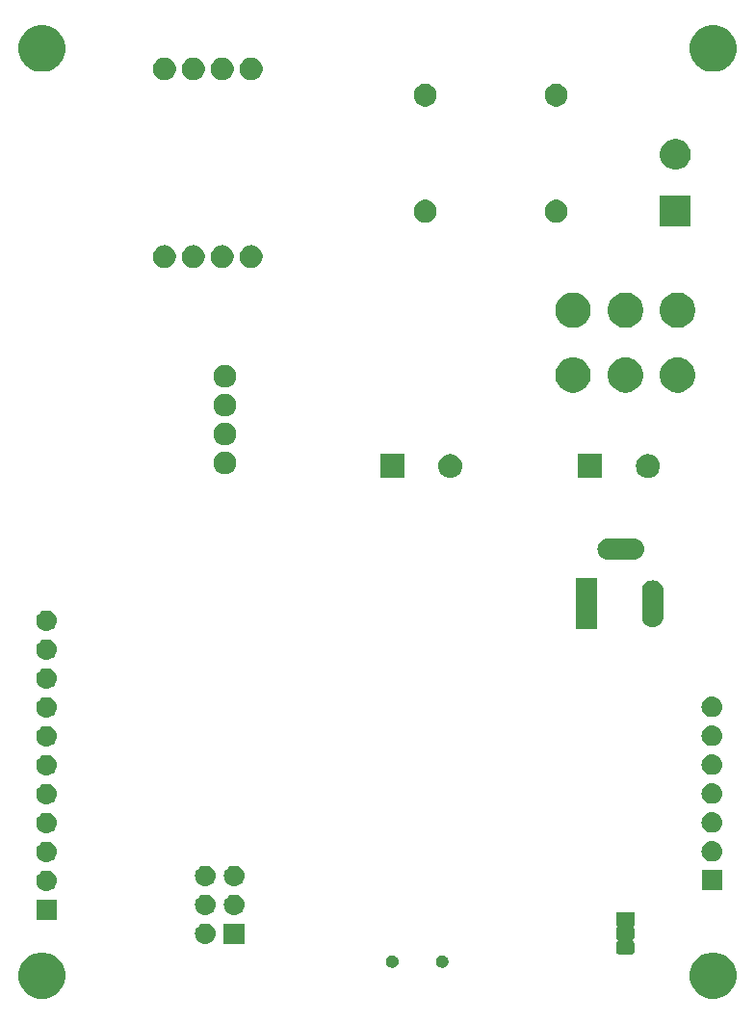
<source format=gbr>
G04 #@! TF.GenerationSoftware,KiCad,Pcbnew,5.1.4*
G04 #@! TF.CreationDate,2019-09-16T18:09:56+12:00*
G04 #@! TF.ProjectId,spiroBoardV2,73706972-6f42-46f6-9172-6456322e6b69,rev?*
G04 #@! TF.SameCoordinates,Original*
G04 #@! TF.FileFunction,Soldermask,Top*
G04 #@! TF.FilePolarity,Negative*
%FSLAX46Y46*%
G04 Gerber Fmt 4.6, Leading zero omitted, Abs format (unit mm)*
G04 Created by KiCad (PCBNEW 5.1.4) date 2019-09-16 18:09:56*
%MOMM*%
%LPD*%
G04 APERTURE LIST*
%ADD10C,0.100000*%
G04 APERTURE END LIST*
D10*
G36*
X127598254Y-149027818D02*
G01*
X127971511Y-149182426D01*
X127971513Y-149182427D01*
X128090168Y-149261710D01*
X128307436Y-149406884D01*
X128593116Y-149692564D01*
X128817574Y-150028489D01*
X128972182Y-150401746D01*
X129051000Y-150797993D01*
X129051000Y-151202007D01*
X128972182Y-151598254D01*
X128817574Y-151971511D01*
X128817573Y-151971513D01*
X128593116Y-152307436D01*
X128307436Y-152593116D01*
X127971513Y-152817573D01*
X127971512Y-152817574D01*
X127971511Y-152817574D01*
X127598254Y-152972182D01*
X127202007Y-153051000D01*
X126797993Y-153051000D01*
X126401746Y-152972182D01*
X126028489Y-152817574D01*
X126028488Y-152817574D01*
X126028487Y-152817573D01*
X125692564Y-152593116D01*
X125406884Y-152307436D01*
X125182427Y-151971513D01*
X125182426Y-151971511D01*
X125027818Y-151598254D01*
X124949000Y-151202007D01*
X124949000Y-150797993D01*
X125027818Y-150401746D01*
X125182426Y-150028489D01*
X125406884Y-149692564D01*
X125692564Y-149406884D01*
X125909832Y-149261710D01*
X126028487Y-149182427D01*
X126028489Y-149182426D01*
X126401746Y-149027818D01*
X126797993Y-148949000D01*
X127202007Y-148949000D01*
X127598254Y-149027818D01*
X127598254Y-149027818D01*
G37*
G36*
X68598254Y-149027818D02*
G01*
X68971511Y-149182426D01*
X68971513Y-149182427D01*
X69090168Y-149261710D01*
X69307436Y-149406884D01*
X69593116Y-149692564D01*
X69817574Y-150028489D01*
X69972182Y-150401746D01*
X70051000Y-150797993D01*
X70051000Y-151202007D01*
X69972182Y-151598254D01*
X69817574Y-151971511D01*
X69817573Y-151971513D01*
X69593116Y-152307436D01*
X69307436Y-152593116D01*
X68971513Y-152817573D01*
X68971512Y-152817574D01*
X68971511Y-152817574D01*
X68598254Y-152972182D01*
X68202007Y-153051000D01*
X67797993Y-153051000D01*
X67401746Y-152972182D01*
X67028489Y-152817574D01*
X67028488Y-152817574D01*
X67028487Y-152817573D01*
X66692564Y-152593116D01*
X66406884Y-152307436D01*
X66182427Y-151971513D01*
X66182426Y-151971511D01*
X66027818Y-151598254D01*
X65949000Y-151202007D01*
X65949000Y-150797993D01*
X66027818Y-150401746D01*
X66182426Y-150028489D01*
X66406884Y-149692564D01*
X66692564Y-149406884D01*
X66909832Y-149261710D01*
X67028487Y-149182427D01*
X67028489Y-149182426D01*
X67401746Y-149027818D01*
X67797993Y-148949000D01*
X68202007Y-148949000D01*
X68598254Y-149027818D01*
X68598254Y-149027818D01*
G37*
G36*
X98960721Y-149220174D02*
G01*
X99060995Y-149261709D01*
X99060996Y-149261710D01*
X99151242Y-149322010D01*
X99227990Y-149398758D01*
X99258345Y-149444188D01*
X99288291Y-149489005D01*
X99329826Y-149589279D01*
X99351000Y-149695730D01*
X99351000Y-149804270D01*
X99329826Y-149910721D01*
X99288291Y-150010995D01*
X99288290Y-150010996D01*
X99227990Y-150101242D01*
X99151242Y-150177990D01*
X99105812Y-150208345D01*
X99060995Y-150238291D01*
X98960721Y-150279826D01*
X98854270Y-150301000D01*
X98745730Y-150301000D01*
X98639279Y-150279826D01*
X98539005Y-150238291D01*
X98494188Y-150208345D01*
X98448758Y-150177990D01*
X98372010Y-150101242D01*
X98311710Y-150010996D01*
X98311709Y-150010995D01*
X98270174Y-149910721D01*
X98249000Y-149804270D01*
X98249000Y-149695730D01*
X98270174Y-149589279D01*
X98311709Y-149489005D01*
X98341655Y-149444188D01*
X98372010Y-149398758D01*
X98448758Y-149322010D01*
X98539004Y-149261710D01*
X98539005Y-149261709D01*
X98639279Y-149220174D01*
X98745730Y-149199000D01*
X98854270Y-149199000D01*
X98960721Y-149220174D01*
X98960721Y-149220174D01*
G37*
G36*
X103360721Y-149220174D02*
G01*
X103460995Y-149261709D01*
X103460996Y-149261710D01*
X103551242Y-149322010D01*
X103627990Y-149398758D01*
X103658345Y-149444188D01*
X103688291Y-149489005D01*
X103729826Y-149589279D01*
X103751000Y-149695730D01*
X103751000Y-149804270D01*
X103729826Y-149910721D01*
X103688291Y-150010995D01*
X103688290Y-150010996D01*
X103627990Y-150101242D01*
X103551242Y-150177990D01*
X103505812Y-150208345D01*
X103460995Y-150238291D01*
X103360721Y-150279826D01*
X103254270Y-150301000D01*
X103145730Y-150301000D01*
X103039279Y-150279826D01*
X102939005Y-150238291D01*
X102894188Y-150208345D01*
X102848758Y-150177990D01*
X102772010Y-150101242D01*
X102711710Y-150010996D01*
X102711709Y-150010995D01*
X102670174Y-149910721D01*
X102649000Y-149804270D01*
X102649000Y-149695730D01*
X102670174Y-149589279D01*
X102711709Y-149489005D01*
X102741655Y-149444188D01*
X102772010Y-149398758D01*
X102848758Y-149322010D01*
X102939004Y-149261710D01*
X102939005Y-149261709D01*
X103039279Y-149220174D01*
X103145730Y-149199000D01*
X103254270Y-149199000D01*
X103360721Y-149220174D01*
X103360721Y-149220174D01*
G37*
G36*
X120101000Y-146585085D02*
G01*
X120099583Y-146585515D01*
X120077972Y-146597066D01*
X120059030Y-146612611D01*
X120043485Y-146631553D01*
X120031934Y-146653164D01*
X120024821Y-146676613D01*
X120022419Y-146700999D01*
X120024821Y-146725385D01*
X120031934Y-146748834D01*
X120043485Y-146770445D01*
X120050793Y-146780298D01*
X120062494Y-146794556D01*
X120083275Y-146833434D01*
X120096074Y-146875627D01*
X120101000Y-146925641D01*
X120101000Y-147614359D01*
X120096074Y-147664373D01*
X120083275Y-147706566D01*
X120062494Y-147745444D01*
X120034525Y-147779525D01*
X119999371Y-147808375D01*
X119982044Y-147825702D01*
X119968431Y-147846076D01*
X119959053Y-147868715D01*
X119954273Y-147892748D01*
X119954273Y-147917253D01*
X119959054Y-147941286D01*
X119968431Y-147963925D01*
X119982045Y-147984299D01*
X119999371Y-148001625D01*
X120034525Y-148030475D01*
X120062494Y-148064556D01*
X120083275Y-148103434D01*
X120096074Y-148145627D01*
X120101000Y-148195641D01*
X120101000Y-148884359D01*
X120096074Y-148934373D01*
X120083275Y-148976566D01*
X120062494Y-149015444D01*
X120034525Y-149049525D01*
X120000444Y-149077494D01*
X119961566Y-149098275D01*
X119919373Y-149111074D01*
X119869359Y-149116000D01*
X118730641Y-149116000D01*
X118680627Y-149111074D01*
X118638434Y-149098275D01*
X118599556Y-149077494D01*
X118565475Y-149049525D01*
X118537506Y-149015444D01*
X118516725Y-148976566D01*
X118503926Y-148934373D01*
X118499000Y-148884359D01*
X118499000Y-148195641D01*
X118503926Y-148145627D01*
X118516725Y-148103434D01*
X118537506Y-148064556D01*
X118565475Y-148030475D01*
X118600629Y-148001625D01*
X118617956Y-147984298D01*
X118631569Y-147963924D01*
X118640947Y-147941285D01*
X118645727Y-147917252D01*
X118645727Y-147892747D01*
X118640946Y-147868714D01*
X118631569Y-147846075D01*
X118617955Y-147825701D01*
X118600629Y-147808375D01*
X118565475Y-147779525D01*
X118537506Y-147745444D01*
X118516725Y-147706566D01*
X118503926Y-147664373D01*
X118499000Y-147614359D01*
X118499000Y-146925641D01*
X118503926Y-146875627D01*
X118516725Y-146833434D01*
X118537506Y-146794556D01*
X118549207Y-146780298D01*
X118562821Y-146759924D01*
X118572198Y-146737285D01*
X118576979Y-146713252D01*
X118576979Y-146688748D01*
X118572199Y-146664714D01*
X118562822Y-146642075D01*
X118549208Y-146621701D01*
X118531881Y-146604374D01*
X118511507Y-146590760D01*
X118499000Y-146585580D01*
X118499000Y-145424000D01*
X120101000Y-145424000D01*
X120101000Y-146585085D01*
X120101000Y-146585085D01*
G37*
G36*
X85801000Y-148201000D02*
G01*
X83999000Y-148201000D01*
X83999000Y-146399000D01*
X85801000Y-146399000D01*
X85801000Y-148201000D01*
X85801000Y-148201000D01*
G37*
G36*
X82470443Y-146405519D02*
G01*
X82536627Y-146412037D01*
X82706466Y-146463557D01*
X82862991Y-146547222D01*
X82898057Y-146576000D01*
X83000186Y-146659814D01*
X83068074Y-146742537D01*
X83112778Y-146797009D01*
X83196443Y-146953534D01*
X83247963Y-147123373D01*
X83265359Y-147300000D01*
X83247963Y-147476627D01*
X83196443Y-147646466D01*
X83112778Y-147802991D01*
X83108359Y-147808375D01*
X83000186Y-147940186D01*
X82898729Y-148023448D01*
X82862991Y-148052778D01*
X82706466Y-148136443D01*
X82536627Y-148187963D01*
X82470443Y-148194481D01*
X82404260Y-148201000D01*
X82315740Y-148201000D01*
X82249557Y-148194481D01*
X82183373Y-148187963D01*
X82013534Y-148136443D01*
X81857009Y-148052778D01*
X81821271Y-148023448D01*
X81719814Y-147940186D01*
X81611641Y-147808375D01*
X81607222Y-147802991D01*
X81523557Y-147646466D01*
X81472037Y-147476627D01*
X81454641Y-147300000D01*
X81472037Y-147123373D01*
X81523557Y-146953534D01*
X81607222Y-146797009D01*
X81651926Y-146742537D01*
X81719814Y-146659814D01*
X81821943Y-146576000D01*
X81857009Y-146547222D01*
X82013534Y-146463557D01*
X82183373Y-146412037D01*
X82249557Y-146405519D01*
X82315740Y-146399000D01*
X82404260Y-146399000D01*
X82470443Y-146405519D01*
X82470443Y-146405519D01*
G37*
G36*
X69301000Y-146101000D02*
G01*
X67499000Y-146101000D01*
X67499000Y-144299000D01*
X69301000Y-144299000D01*
X69301000Y-146101000D01*
X69301000Y-146101000D01*
G37*
G36*
X85010442Y-143865518D02*
G01*
X85076627Y-143872037D01*
X85246466Y-143923557D01*
X85402991Y-144007222D01*
X85438729Y-144036552D01*
X85540186Y-144119814D01*
X85623448Y-144221271D01*
X85652778Y-144257009D01*
X85736443Y-144413534D01*
X85787963Y-144583373D01*
X85805359Y-144760000D01*
X85787963Y-144936627D01*
X85736443Y-145106466D01*
X85652778Y-145262991D01*
X85623448Y-145298729D01*
X85540186Y-145400186D01*
X85438729Y-145483448D01*
X85402991Y-145512778D01*
X85246466Y-145596443D01*
X85076627Y-145647963D01*
X85010442Y-145654482D01*
X84944260Y-145661000D01*
X84855740Y-145661000D01*
X84789558Y-145654482D01*
X84723373Y-145647963D01*
X84553534Y-145596443D01*
X84397009Y-145512778D01*
X84361271Y-145483448D01*
X84259814Y-145400186D01*
X84176552Y-145298729D01*
X84147222Y-145262991D01*
X84063557Y-145106466D01*
X84012037Y-144936627D01*
X83994641Y-144760000D01*
X84012037Y-144583373D01*
X84063557Y-144413534D01*
X84147222Y-144257009D01*
X84176552Y-144221271D01*
X84259814Y-144119814D01*
X84361271Y-144036552D01*
X84397009Y-144007222D01*
X84553534Y-143923557D01*
X84723373Y-143872037D01*
X84789558Y-143865518D01*
X84855740Y-143859000D01*
X84944260Y-143859000D01*
X85010442Y-143865518D01*
X85010442Y-143865518D01*
G37*
G36*
X82470442Y-143865518D02*
G01*
X82536627Y-143872037D01*
X82706466Y-143923557D01*
X82862991Y-144007222D01*
X82898729Y-144036552D01*
X83000186Y-144119814D01*
X83083448Y-144221271D01*
X83112778Y-144257009D01*
X83196443Y-144413534D01*
X83247963Y-144583373D01*
X83265359Y-144760000D01*
X83247963Y-144936627D01*
X83196443Y-145106466D01*
X83112778Y-145262991D01*
X83083448Y-145298729D01*
X83000186Y-145400186D01*
X82898729Y-145483448D01*
X82862991Y-145512778D01*
X82706466Y-145596443D01*
X82536627Y-145647963D01*
X82470442Y-145654482D01*
X82404260Y-145661000D01*
X82315740Y-145661000D01*
X82249558Y-145654482D01*
X82183373Y-145647963D01*
X82013534Y-145596443D01*
X81857009Y-145512778D01*
X81821271Y-145483448D01*
X81719814Y-145400186D01*
X81636552Y-145298729D01*
X81607222Y-145262991D01*
X81523557Y-145106466D01*
X81472037Y-144936627D01*
X81454641Y-144760000D01*
X81472037Y-144583373D01*
X81523557Y-144413534D01*
X81607222Y-144257009D01*
X81636552Y-144221271D01*
X81719814Y-144119814D01*
X81821271Y-144036552D01*
X81857009Y-144007222D01*
X82013534Y-143923557D01*
X82183373Y-143872037D01*
X82249558Y-143865518D01*
X82315740Y-143859000D01*
X82404260Y-143859000D01*
X82470442Y-143865518D01*
X82470442Y-143865518D01*
G37*
G36*
X68510443Y-141765519D02*
G01*
X68576627Y-141772037D01*
X68746466Y-141823557D01*
X68902991Y-141907222D01*
X68938729Y-141936552D01*
X69040186Y-142019814D01*
X69123448Y-142121271D01*
X69152778Y-142157009D01*
X69236443Y-142313534D01*
X69287963Y-142483373D01*
X69305359Y-142660000D01*
X69287963Y-142836627D01*
X69236443Y-143006466D01*
X69152778Y-143162991D01*
X69123448Y-143198729D01*
X69040186Y-143300186D01*
X68938729Y-143383448D01*
X68902991Y-143412778D01*
X68746466Y-143496443D01*
X68576627Y-143547963D01*
X68510442Y-143554482D01*
X68444260Y-143561000D01*
X68355740Y-143561000D01*
X68289558Y-143554482D01*
X68223373Y-143547963D01*
X68053534Y-143496443D01*
X67897009Y-143412778D01*
X67861271Y-143383448D01*
X67759814Y-143300186D01*
X67676552Y-143198729D01*
X67647222Y-143162991D01*
X67563557Y-143006466D01*
X67512037Y-142836627D01*
X67494641Y-142660000D01*
X67512037Y-142483373D01*
X67563557Y-142313534D01*
X67647222Y-142157009D01*
X67676552Y-142121271D01*
X67759814Y-142019814D01*
X67861271Y-141936552D01*
X67897009Y-141907222D01*
X68053534Y-141823557D01*
X68223373Y-141772037D01*
X68289557Y-141765519D01*
X68355740Y-141759000D01*
X68444260Y-141759000D01*
X68510443Y-141765519D01*
X68510443Y-141765519D01*
G37*
G36*
X127801000Y-143501000D02*
G01*
X125999000Y-143501000D01*
X125999000Y-141699000D01*
X127801000Y-141699000D01*
X127801000Y-143501000D01*
X127801000Y-143501000D01*
G37*
G36*
X82470443Y-141325519D02*
G01*
X82536627Y-141332037D01*
X82706466Y-141383557D01*
X82862991Y-141467222D01*
X82898729Y-141496552D01*
X83000186Y-141579814D01*
X83083448Y-141681271D01*
X83112778Y-141717009D01*
X83196443Y-141873534D01*
X83247963Y-142043373D01*
X83265359Y-142220000D01*
X83247963Y-142396627D01*
X83196443Y-142566466D01*
X83112778Y-142722991D01*
X83083448Y-142758729D01*
X83000186Y-142860186D01*
X82898729Y-142943448D01*
X82862991Y-142972778D01*
X82706466Y-143056443D01*
X82536627Y-143107963D01*
X82470442Y-143114482D01*
X82404260Y-143121000D01*
X82315740Y-143121000D01*
X82249558Y-143114482D01*
X82183373Y-143107963D01*
X82013534Y-143056443D01*
X81857009Y-142972778D01*
X81821271Y-142943448D01*
X81719814Y-142860186D01*
X81636552Y-142758729D01*
X81607222Y-142722991D01*
X81523557Y-142566466D01*
X81472037Y-142396627D01*
X81454641Y-142220000D01*
X81472037Y-142043373D01*
X81523557Y-141873534D01*
X81607222Y-141717009D01*
X81636552Y-141681271D01*
X81719814Y-141579814D01*
X81821271Y-141496552D01*
X81857009Y-141467222D01*
X82013534Y-141383557D01*
X82183373Y-141332037D01*
X82249557Y-141325519D01*
X82315740Y-141319000D01*
X82404260Y-141319000D01*
X82470443Y-141325519D01*
X82470443Y-141325519D01*
G37*
G36*
X85010443Y-141325519D02*
G01*
X85076627Y-141332037D01*
X85246466Y-141383557D01*
X85402991Y-141467222D01*
X85438729Y-141496552D01*
X85540186Y-141579814D01*
X85623448Y-141681271D01*
X85652778Y-141717009D01*
X85736443Y-141873534D01*
X85787963Y-142043373D01*
X85805359Y-142220000D01*
X85787963Y-142396627D01*
X85736443Y-142566466D01*
X85652778Y-142722991D01*
X85623448Y-142758729D01*
X85540186Y-142860186D01*
X85438729Y-142943448D01*
X85402991Y-142972778D01*
X85246466Y-143056443D01*
X85076627Y-143107963D01*
X85010442Y-143114482D01*
X84944260Y-143121000D01*
X84855740Y-143121000D01*
X84789558Y-143114482D01*
X84723373Y-143107963D01*
X84553534Y-143056443D01*
X84397009Y-142972778D01*
X84361271Y-142943448D01*
X84259814Y-142860186D01*
X84176552Y-142758729D01*
X84147222Y-142722991D01*
X84063557Y-142566466D01*
X84012037Y-142396627D01*
X83994641Y-142220000D01*
X84012037Y-142043373D01*
X84063557Y-141873534D01*
X84147222Y-141717009D01*
X84176552Y-141681271D01*
X84259814Y-141579814D01*
X84361271Y-141496552D01*
X84397009Y-141467222D01*
X84553534Y-141383557D01*
X84723373Y-141332037D01*
X84789557Y-141325519D01*
X84855740Y-141319000D01*
X84944260Y-141319000D01*
X85010443Y-141325519D01*
X85010443Y-141325519D01*
G37*
G36*
X68490527Y-139223557D02*
G01*
X68576627Y-139232037D01*
X68746466Y-139283557D01*
X68902991Y-139367222D01*
X68938729Y-139396552D01*
X69040186Y-139479814D01*
X69103537Y-139557009D01*
X69152778Y-139617009D01*
X69236443Y-139773534D01*
X69287963Y-139943373D01*
X69305359Y-140120000D01*
X69287963Y-140296627D01*
X69236443Y-140466466D01*
X69152778Y-140622991D01*
X69123448Y-140658729D01*
X69040186Y-140760186D01*
X68938729Y-140843448D01*
X68902991Y-140872778D01*
X68746466Y-140956443D01*
X68576627Y-141007963D01*
X68510443Y-141014481D01*
X68444260Y-141021000D01*
X68355740Y-141021000D01*
X68289557Y-141014481D01*
X68223373Y-141007963D01*
X68053534Y-140956443D01*
X67897009Y-140872778D01*
X67861271Y-140843448D01*
X67759814Y-140760186D01*
X67676552Y-140658729D01*
X67647222Y-140622991D01*
X67563557Y-140466466D01*
X67512037Y-140296627D01*
X67494641Y-140120000D01*
X67512037Y-139943373D01*
X67563557Y-139773534D01*
X67647222Y-139617009D01*
X67696463Y-139557009D01*
X67759814Y-139479814D01*
X67861271Y-139396552D01*
X67897009Y-139367222D01*
X68053534Y-139283557D01*
X68223373Y-139232037D01*
X68309473Y-139223557D01*
X68355740Y-139219000D01*
X68444260Y-139219000D01*
X68490527Y-139223557D01*
X68490527Y-139223557D01*
G37*
G36*
X127010443Y-139165519D02*
G01*
X127076627Y-139172037D01*
X127246466Y-139223557D01*
X127402991Y-139307222D01*
X127438729Y-139336552D01*
X127540186Y-139419814D01*
X127623448Y-139521271D01*
X127652778Y-139557009D01*
X127736443Y-139713534D01*
X127787963Y-139883373D01*
X127805359Y-140060000D01*
X127787963Y-140236627D01*
X127736443Y-140406466D01*
X127652778Y-140562991D01*
X127623448Y-140598729D01*
X127540186Y-140700186D01*
X127438729Y-140783448D01*
X127402991Y-140812778D01*
X127246466Y-140896443D01*
X127076627Y-140947963D01*
X127010442Y-140954482D01*
X126944260Y-140961000D01*
X126855740Y-140961000D01*
X126789558Y-140954482D01*
X126723373Y-140947963D01*
X126553534Y-140896443D01*
X126397009Y-140812778D01*
X126361271Y-140783448D01*
X126259814Y-140700186D01*
X126176552Y-140598729D01*
X126147222Y-140562991D01*
X126063557Y-140406466D01*
X126012037Y-140236627D01*
X125994641Y-140060000D01*
X126012037Y-139883373D01*
X126063557Y-139713534D01*
X126147222Y-139557009D01*
X126176552Y-139521271D01*
X126259814Y-139419814D01*
X126361271Y-139336552D01*
X126397009Y-139307222D01*
X126553534Y-139223557D01*
X126723373Y-139172037D01*
X126789557Y-139165519D01*
X126855740Y-139159000D01*
X126944260Y-139159000D01*
X127010443Y-139165519D01*
X127010443Y-139165519D01*
G37*
G36*
X68490527Y-136683557D02*
G01*
X68576627Y-136692037D01*
X68746466Y-136743557D01*
X68902991Y-136827222D01*
X68938729Y-136856552D01*
X69040186Y-136939814D01*
X69103537Y-137017009D01*
X69152778Y-137077009D01*
X69236443Y-137233534D01*
X69287963Y-137403373D01*
X69305359Y-137580000D01*
X69287963Y-137756627D01*
X69236443Y-137926466D01*
X69152778Y-138082991D01*
X69123448Y-138118729D01*
X69040186Y-138220186D01*
X68938729Y-138303448D01*
X68902991Y-138332778D01*
X68746466Y-138416443D01*
X68576627Y-138467963D01*
X68510443Y-138474481D01*
X68444260Y-138481000D01*
X68355740Y-138481000D01*
X68289557Y-138474481D01*
X68223373Y-138467963D01*
X68053534Y-138416443D01*
X67897009Y-138332778D01*
X67861271Y-138303448D01*
X67759814Y-138220186D01*
X67676552Y-138118729D01*
X67647222Y-138082991D01*
X67563557Y-137926466D01*
X67512037Y-137756627D01*
X67494641Y-137580000D01*
X67512037Y-137403373D01*
X67563557Y-137233534D01*
X67647222Y-137077009D01*
X67696463Y-137017009D01*
X67759814Y-136939814D01*
X67861271Y-136856552D01*
X67897009Y-136827222D01*
X68053534Y-136743557D01*
X68223373Y-136692037D01*
X68309473Y-136683557D01*
X68355740Y-136679000D01*
X68444260Y-136679000D01*
X68490527Y-136683557D01*
X68490527Y-136683557D01*
G37*
G36*
X127010442Y-136625518D02*
G01*
X127076627Y-136632037D01*
X127246466Y-136683557D01*
X127402991Y-136767222D01*
X127438729Y-136796552D01*
X127540186Y-136879814D01*
X127623448Y-136981271D01*
X127652778Y-137017009D01*
X127736443Y-137173534D01*
X127787963Y-137343373D01*
X127805359Y-137520000D01*
X127787963Y-137696627D01*
X127736443Y-137866466D01*
X127652778Y-138022991D01*
X127623448Y-138058729D01*
X127540186Y-138160186D01*
X127438729Y-138243448D01*
X127402991Y-138272778D01*
X127246466Y-138356443D01*
X127076627Y-138407963D01*
X127010443Y-138414481D01*
X126944260Y-138421000D01*
X126855740Y-138421000D01*
X126789557Y-138414481D01*
X126723373Y-138407963D01*
X126553534Y-138356443D01*
X126397009Y-138272778D01*
X126361271Y-138243448D01*
X126259814Y-138160186D01*
X126176552Y-138058729D01*
X126147222Y-138022991D01*
X126063557Y-137866466D01*
X126012037Y-137696627D01*
X125994641Y-137520000D01*
X126012037Y-137343373D01*
X126063557Y-137173534D01*
X126147222Y-137017009D01*
X126176552Y-136981271D01*
X126259814Y-136879814D01*
X126361271Y-136796552D01*
X126397009Y-136767222D01*
X126553534Y-136683557D01*
X126723373Y-136632037D01*
X126789558Y-136625518D01*
X126855740Y-136619000D01*
X126944260Y-136619000D01*
X127010442Y-136625518D01*
X127010442Y-136625518D01*
G37*
G36*
X68490527Y-134143557D02*
G01*
X68576627Y-134152037D01*
X68746466Y-134203557D01*
X68902991Y-134287222D01*
X68938729Y-134316552D01*
X69040186Y-134399814D01*
X69103537Y-134477009D01*
X69152778Y-134537009D01*
X69236443Y-134693534D01*
X69287963Y-134863373D01*
X69305359Y-135040000D01*
X69287963Y-135216627D01*
X69236443Y-135386466D01*
X69152778Y-135542991D01*
X69123448Y-135578729D01*
X69040186Y-135680186D01*
X68938729Y-135763448D01*
X68902991Y-135792778D01*
X68746466Y-135876443D01*
X68576627Y-135927963D01*
X68510442Y-135934482D01*
X68444260Y-135941000D01*
X68355740Y-135941000D01*
X68289558Y-135934482D01*
X68223373Y-135927963D01*
X68053534Y-135876443D01*
X67897009Y-135792778D01*
X67861271Y-135763448D01*
X67759814Y-135680186D01*
X67676552Y-135578729D01*
X67647222Y-135542991D01*
X67563557Y-135386466D01*
X67512037Y-135216627D01*
X67494641Y-135040000D01*
X67512037Y-134863373D01*
X67563557Y-134693534D01*
X67647222Y-134537009D01*
X67696463Y-134477009D01*
X67759814Y-134399814D01*
X67861271Y-134316552D01*
X67897009Y-134287222D01*
X68053534Y-134203557D01*
X68223373Y-134152037D01*
X68309473Y-134143557D01*
X68355740Y-134139000D01*
X68444260Y-134139000D01*
X68490527Y-134143557D01*
X68490527Y-134143557D01*
G37*
G36*
X127010442Y-134085518D02*
G01*
X127076627Y-134092037D01*
X127246466Y-134143557D01*
X127402991Y-134227222D01*
X127438729Y-134256552D01*
X127540186Y-134339814D01*
X127623448Y-134441271D01*
X127652778Y-134477009D01*
X127736443Y-134633534D01*
X127787963Y-134803373D01*
X127805359Y-134980000D01*
X127787963Y-135156627D01*
X127736443Y-135326466D01*
X127652778Y-135482991D01*
X127623448Y-135518729D01*
X127540186Y-135620186D01*
X127438729Y-135703448D01*
X127402991Y-135732778D01*
X127246466Y-135816443D01*
X127076627Y-135867963D01*
X127010443Y-135874481D01*
X126944260Y-135881000D01*
X126855740Y-135881000D01*
X126789557Y-135874481D01*
X126723373Y-135867963D01*
X126553534Y-135816443D01*
X126397009Y-135732778D01*
X126361271Y-135703448D01*
X126259814Y-135620186D01*
X126176552Y-135518729D01*
X126147222Y-135482991D01*
X126063557Y-135326466D01*
X126012037Y-135156627D01*
X125994641Y-134980000D01*
X126012037Y-134803373D01*
X126063557Y-134633534D01*
X126147222Y-134477009D01*
X126176552Y-134441271D01*
X126259814Y-134339814D01*
X126361271Y-134256552D01*
X126397009Y-134227222D01*
X126553534Y-134143557D01*
X126723373Y-134092037D01*
X126789558Y-134085518D01*
X126855740Y-134079000D01*
X126944260Y-134079000D01*
X127010442Y-134085518D01*
X127010442Y-134085518D01*
G37*
G36*
X68490527Y-131603557D02*
G01*
X68576627Y-131612037D01*
X68746466Y-131663557D01*
X68902991Y-131747222D01*
X68938729Y-131776552D01*
X69040186Y-131859814D01*
X69103537Y-131937009D01*
X69152778Y-131997009D01*
X69236443Y-132153534D01*
X69287963Y-132323373D01*
X69305359Y-132500000D01*
X69287963Y-132676627D01*
X69236443Y-132846466D01*
X69152778Y-133002991D01*
X69123448Y-133038729D01*
X69040186Y-133140186D01*
X68938729Y-133223448D01*
X68902991Y-133252778D01*
X68746466Y-133336443D01*
X68576627Y-133387963D01*
X68510442Y-133394482D01*
X68444260Y-133401000D01*
X68355740Y-133401000D01*
X68289558Y-133394482D01*
X68223373Y-133387963D01*
X68053534Y-133336443D01*
X67897009Y-133252778D01*
X67861271Y-133223448D01*
X67759814Y-133140186D01*
X67676552Y-133038729D01*
X67647222Y-133002991D01*
X67563557Y-132846466D01*
X67512037Y-132676627D01*
X67494641Y-132500000D01*
X67512037Y-132323373D01*
X67563557Y-132153534D01*
X67647222Y-131997009D01*
X67696463Y-131937009D01*
X67759814Y-131859814D01*
X67861271Y-131776552D01*
X67897009Y-131747222D01*
X68053534Y-131663557D01*
X68223373Y-131612037D01*
X68309473Y-131603557D01*
X68355740Y-131599000D01*
X68444260Y-131599000D01*
X68490527Y-131603557D01*
X68490527Y-131603557D01*
G37*
G36*
X127010442Y-131545518D02*
G01*
X127076627Y-131552037D01*
X127246466Y-131603557D01*
X127402991Y-131687222D01*
X127438729Y-131716552D01*
X127540186Y-131799814D01*
X127623448Y-131901271D01*
X127652778Y-131937009D01*
X127736443Y-132093534D01*
X127787963Y-132263373D01*
X127805359Y-132440000D01*
X127787963Y-132616627D01*
X127736443Y-132786466D01*
X127652778Y-132942991D01*
X127623448Y-132978729D01*
X127540186Y-133080186D01*
X127438729Y-133163448D01*
X127402991Y-133192778D01*
X127246466Y-133276443D01*
X127076627Y-133327963D01*
X127010442Y-133334482D01*
X126944260Y-133341000D01*
X126855740Y-133341000D01*
X126789558Y-133334482D01*
X126723373Y-133327963D01*
X126553534Y-133276443D01*
X126397009Y-133192778D01*
X126361271Y-133163448D01*
X126259814Y-133080186D01*
X126176552Y-132978729D01*
X126147222Y-132942991D01*
X126063557Y-132786466D01*
X126012037Y-132616627D01*
X125994641Y-132440000D01*
X126012037Y-132263373D01*
X126063557Y-132093534D01*
X126147222Y-131937009D01*
X126176552Y-131901271D01*
X126259814Y-131799814D01*
X126361271Y-131716552D01*
X126397009Y-131687222D01*
X126553534Y-131603557D01*
X126723373Y-131552037D01*
X126789558Y-131545518D01*
X126855740Y-131539000D01*
X126944260Y-131539000D01*
X127010442Y-131545518D01*
X127010442Y-131545518D01*
G37*
G36*
X68490527Y-129063557D02*
G01*
X68576627Y-129072037D01*
X68746466Y-129123557D01*
X68902991Y-129207222D01*
X68938729Y-129236552D01*
X69040186Y-129319814D01*
X69103537Y-129397009D01*
X69152778Y-129457009D01*
X69236443Y-129613534D01*
X69287963Y-129783373D01*
X69305359Y-129960000D01*
X69287963Y-130136627D01*
X69236443Y-130306466D01*
X69152778Y-130462991D01*
X69123448Y-130498729D01*
X69040186Y-130600186D01*
X68938729Y-130683448D01*
X68902991Y-130712778D01*
X68746466Y-130796443D01*
X68576627Y-130847963D01*
X68510443Y-130854481D01*
X68444260Y-130861000D01*
X68355740Y-130861000D01*
X68289557Y-130854481D01*
X68223373Y-130847963D01*
X68053534Y-130796443D01*
X67897009Y-130712778D01*
X67861271Y-130683448D01*
X67759814Y-130600186D01*
X67676552Y-130498729D01*
X67647222Y-130462991D01*
X67563557Y-130306466D01*
X67512037Y-130136627D01*
X67494641Y-129960000D01*
X67512037Y-129783373D01*
X67563557Y-129613534D01*
X67647222Y-129457009D01*
X67696463Y-129397009D01*
X67759814Y-129319814D01*
X67861271Y-129236552D01*
X67897009Y-129207222D01*
X68053534Y-129123557D01*
X68223373Y-129072037D01*
X68309473Y-129063557D01*
X68355740Y-129059000D01*
X68444260Y-129059000D01*
X68490527Y-129063557D01*
X68490527Y-129063557D01*
G37*
G36*
X127010443Y-129005519D02*
G01*
X127076627Y-129012037D01*
X127246466Y-129063557D01*
X127402991Y-129147222D01*
X127438729Y-129176552D01*
X127540186Y-129259814D01*
X127623448Y-129361271D01*
X127652778Y-129397009D01*
X127736443Y-129553534D01*
X127787963Y-129723373D01*
X127805359Y-129900000D01*
X127787963Y-130076627D01*
X127736443Y-130246466D01*
X127652778Y-130402991D01*
X127623448Y-130438729D01*
X127540186Y-130540186D01*
X127438729Y-130623448D01*
X127402991Y-130652778D01*
X127246466Y-130736443D01*
X127076627Y-130787963D01*
X127010442Y-130794482D01*
X126944260Y-130801000D01*
X126855740Y-130801000D01*
X126789558Y-130794482D01*
X126723373Y-130787963D01*
X126553534Y-130736443D01*
X126397009Y-130652778D01*
X126361271Y-130623448D01*
X126259814Y-130540186D01*
X126176552Y-130438729D01*
X126147222Y-130402991D01*
X126063557Y-130246466D01*
X126012037Y-130076627D01*
X125994641Y-129900000D01*
X126012037Y-129723373D01*
X126063557Y-129553534D01*
X126147222Y-129397009D01*
X126176552Y-129361271D01*
X126259814Y-129259814D01*
X126361271Y-129176552D01*
X126397009Y-129147222D01*
X126553534Y-129063557D01*
X126723373Y-129012037D01*
X126789557Y-129005519D01*
X126855740Y-128999000D01*
X126944260Y-128999000D01*
X127010443Y-129005519D01*
X127010443Y-129005519D01*
G37*
G36*
X68490527Y-126523557D02*
G01*
X68576627Y-126532037D01*
X68746466Y-126583557D01*
X68902991Y-126667222D01*
X68938729Y-126696552D01*
X69040186Y-126779814D01*
X69103537Y-126857009D01*
X69152778Y-126917009D01*
X69236443Y-127073534D01*
X69287963Y-127243373D01*
X69305359Y-127420000D01*
X69287963Y-127596627D01*
X69236443Y-127766466D01*
X69152778Y-127922991D01*
X69123448Y-127958729D01*
X69040186Y-128060186D01*
X68938729Y-128143448D01*
X68902991Y-128172778D01*
X68746466Y-128256443D01*
X68576627Y-128307963D01*
X68510442Y-128314482D01*
X68444260Y-128321000D01*
X68355740Y-128321000D01*
X68289558Y-128314482D01*
X68223373Y-128307963D01*
X68053534Y-128256443D01*
X67897009Y-128172778D01*
X67861271Y-128143448D01*
X67759814Y-128060186D01*
X67676552Y-127958729D01*
X67647222Y-127922991D01*
X67563557Y-127766466D01*
X67512037Y-127596627D01*
X67494641Y-127420000D01*
X67512037Y-127243373D01*
X67563557Y-127073534D01*
X67647222Y-126917009D01*
X67696463Y-126857009D01*
X67759814Y-126779814D01*
X67861271Y-126696552D01*
X67897009Y-126667222D01*
X68053534Y-126583557D01*
X68223373Y-126532037D01*
X68309473Y-126523557D01*
X68355740Y-126519000D01*
X68444260Y-126519000D01*
X68490527Y-126523557D01*
X68490527Y-126523557D01*
G37*
G36*
X127010442Y-126465518D02*
G01*
X127076627Y-126472037D01*
X127246466Y-126523557D01*
X127402991Y-126607222D01*
X127438729Y-126636552D01*
X127540186Y-126719814D01*
X127623448Y-126821271D01*
X127652778Y-126857009D01*
X127736443Y-127013534D01*
X127787963Y-127183373D01*
X127805359Y-127360000D01*
X127787963Y-127536627D01*
X127736443Y-127706466D01*
X127652778Y-127862991D01*
X127623448Y-127898729D01*
X127540186Y-128000186D01*
X127438729Y-128083448D01*
X127402991Y-128112778D01*
X127246466Y-128196443D01*
X127076627Y-128247963D01*
X127010442Y-128254482D01*
X126944260Y-128261000D01*
X126855740Y-128261000D01*
X126789558Y-128254482D01*
X126723373Y-128247963D01*
X126553534Y-128196443D01*
X126397009Y-128112778D01*
X126361271Y-128083448D01*
X126259814Y-128000186D01*
X126176552Y-127898729D01*
X126147222Y-127862991D01*
X126063557Y-127706466D01*
X126012037Y-127536627D01*
X125994641Y-127360000D01*
X126012037Y-127183373D01*
X126063557Y-127013534D01*
X126147222Y-126857009D01*
X126176552Y-126821271D01*
X126259814Y-126719814D01*
X126361271Y-126636552D01*
X126397009Y-126607222D01*
X126553534Y-126523557D01*
X126723373Y-126472037D01*
X126789558Y-126465518D01*
X126855740Y-126459000D01*
X126944260Y-126459000D01*
X127010442Y-126465518D01*
X127010442Y-126465518D01*
G37*
G36*
X68510442Y-123985518D02*
G01*
X68576627Y-123992037D01*
X68746466Y-124043557D01*
X68902991Y-124127222D01*
X68938729Y-124156552D01*
X69040186Y-124239814D01*
X69123448Y-124341271D01*
X69152778Y-124377009D01*
X69236443Y-124533534D01*
X69287963Y-124703373D01*
X69305359Y-124880000D01*
X69287963Y-125056627D01*
X69236443Y-125226466D01*
X69152778Y-125382991D01*
X69123448Y-125418729D01*
X69040186Y-125520186D01*
X68938729Y-125603448D01*
X68902991Y-125632778D01*
X68746466Y-125716443D01*
X68576627Y-125767963D01*
X68510442Y-125774482D01*
X68444260Y-125781000D01*
X68355740Y-125781000D01*
X68289558Y-125774482D01*
X68223373Y-125767963D01*
X68053534Y-125716443D01*
X67897009Y-125632778D01*
X67861271Y-125603448D01*
X67759814Y-125520186D01*
X67676552Y-125418729D01*
X67647222Y-125382991D01*
X67563557Y-125226466D01*
X67512037Y-125056627D01*
X67494641Y-124880000D01*
X67512037Y-124703373D01*
X67563557Y-124533534D01*
X67647222Y-124377009D01*
X67676552Y-124341271D01*
X67759814Y-124239814D01*
X67861271Y-124156552D01*
X67897009Y-124127222D01*
X68053534Y-124043557D01*
X68223373Y-123992037D01*
X68289558Y-123985518D01*
X68355740Y-123979000D01*
X68444260Y-123979000D01*
X68510442Y-123985518D01*
X68510442Y-123985518D01*
G37*
G36*
X68510443Y-121445519D02*
G01*
X68576627Y-121452037D01*
X68746466Y-121503557D01*
X68902991Y-121587222D01*
X68938729Y-121616552D01*
X69040186Y-121699814D01*
X69123448Y-121801271D01*
X69152778Y-121837009D01*
X69236443Y-121993534D01*
X69287963Y-122163373D01*
X69305359Y-122340000D01*
X69287963Y-122516627D01*
X69236443Y-122686466D01*
X69152778Y-122842991D01*
X69123448Y-122878729D01*
X69040186Y-122980186D01*
X68938729Y-123063448D01*
X68902991Y-123092778D01*
X68746466Y-123176443D01*
X68576627Y-123227963D01*
X68510442Y-123234482D01*
X68444260Y-123241000D01*
X68355740Y-123241000D01*
X68289558Y-123234482D01*
X68223373Y-123227963D01*
X68053534Y-123176443D01*
X67897009Y-123092778D01*
X67861271Y-123063448D01*
X67759814Y-122980186D01*
X67676552Y-122878729D01*
X67647222Y-122842991D01*
X67563557Y-122686466D01*
X67512037Y-122516627D01*
X67494641Y-122340000D01*
X67512037Y-122163373D01*
X67563557Y-121993534D01*
X67647222Y-121837009D01*
X67676552Y-121801271D01*
X67759814Y-121699814D01*
X67861271Y-121616552D01*
X67897009Y-121587222D01*
X68053534Y-121503557D01*
X68223373Y-121452037D01*
X68289557Y-121445519D01*
X68355740Y-121439000D01*
X68444260Y-121439000D01*
X68510443Y-121445519D01*
X68510443Y-121445519D01*
G37*
G36*
X68510443Y-118905519D02*
G01*
X68576627Y-118912037D01*
X68746466Y-118963557D01*
X68902991Y-119047222D01*
X68938729Y-119076552D01*
X69040186Y-119159814D01*
X69123448Y-119261271D01*
X69152778Y-119297009D01*
X69236443Y-119453534D01*
X69287963Y-119623373D01*
X69305359Y-119800000D01*
X69287963Y-119976627D01*
X69236443Y-120146466D01*
X69152778Y-120302991D01*
X69124671Y-120337239D01*
X69040186Y-120440186D01*
X68938729Y-120523448D01*
X68902991Y-120552778D01*
X68746466Y-120636443D01*
X68576627Y-120687963D01*
X68510443Y-120694481D01*
X68444260Y-120701000D01*
X68355740Y-120701000D01*
X68289557Y-120694481D01*
X68223373Y-120687963D01*
X68053534Y-120636443D01*
X67897009Y-120552778D01*
X67861271Y-120523448D01*
X67759814Y-120440186D01*
X67675329Y-120337239D01*
X67647222Y-120302991D01*
X67563557Y-120146466D01*
X67512037Y-119976627D01*
X67494641Y-119800000D01*
X67512037Y-119623373D01*
X67563557Y-119453534D01*
X67647222Y-119297009D01*
X67676552Y-119261271D01*
X67759814Y-119159814D01*
X67861271Y-119076552D01*
X67897009Y-119047222D01*
X68053534Y-118963557D01*
X68223373Y-118912037D01*
X68289557Y-118905519D01*
X68355740Y-118899000D01*
X68444260Y-118899000D01*
X68510443Y-118905519D01*
X68510443Y-118905519D01*
G37*
G36*
X116851000Y-120551000D02*
G01*
X114949000Y-120551000D01*
X114949000Y-116049000D01*
X116851000Y-116049000D01*
X116851000Y-120551000D01*
X116851000Y-120551000D01*
G37*
G36*
X121886424Y-116262760D02*
G01*
X121886427Y-116262761D01*
X121886428Y-116262761D01*
X122065692Y-116317140D01*
X122065695Y-116317142D01*
X122065696Y-116317142D01*
X122230903Y-116405446D01*
X122375712Y-116524288D01*
X122494554Y-116669097D01*
X122582858Y-116834303D01*
X122582860Y-116834307D01*
X122582860Y-116834308D01*
X122637240Y-117013575D01*
X122651000Y-117153282D01*
X122651000Y-119446718D01*
X122637240Y-119586425D01*
X122637239Y-119586428D01*
X122637239Y-119586429D01*
X122582860Y-119765693D01*
X122582858Y-119765696D01*
X122582858Y-119765697D01*
X122494554Y-119930903D01*
X122375712Y-120075712D01*
X122230903Y-120194554D01*
X122065697Y-120282858D01*
X122065693Y-120282860D01*
X121886429Y-120337239D01*
X121886428Y-120337239D01*
X121886425Y-120337240D01*
X121700000Y-120355601D01*
X121513576Y-120337240D01*
X121513573Y-120337239D01*
X121513572Y-120337239D01*
X121334308Y-120282860D01*
X121334304Y-120282858D01*
X121169098Y-120194554D01*
X121024289Y-120075712D01*
X120905447Y-119930903D01*
X120817143Y-119765697D01*
X120817143Y-119765696D01*
X120817141Y-119765693D01*
X120762762Y-119586429D01*
X120762762Y-119586428D01*
X120762761Y-119586425D01*
X120749001Y-119446718D01*
X120749000Y-117153283D01*
X120762760Y-117013576D01*
X120762761Y-117013572D01*
X120817140Y-116834308D01*
X120817143Y-116834303D01*
X120905446Y-116669097D01*
X121024288Y-116524288D01*
X121169097Y-116405446D01*
X121334303Y-116317142D01*
X121334304Y-116317142D01*
X121334307Y-116317140D01*
X121513571Y-116262761D01*
X121513572Y-116262761D01*
X121513575Y-116262760D01*
X121700000Y-116244399D01*
X121886424Y-116262760D01*
X121886424Y-116262760D01*
G37*
G36*
X120186425Y-112562760D02*
G01*
X120186428Y-112562761D01*
X120186429Y-112562761D01*
X120365693Y-112617140D01*
X120365696Y-112617142D01*
X120365697Y-112617142D01*
X120530903Y-112705446D01*
X120675712Y-112824288D01*
X120794554Y-112969097D01*
X120882858Y-113134303D01*
X120882860Y-113134307D01*
X120937239Y-113313571D01*
X120937240Y-113313575D01*
X120955601Y-113500000D01*
X120937240Y-113686425D01*
X120937239Y-113686428D01*
X120937239Y-113686429D01*
X120882860Y-113865693D01*
X120882858Y-113865696D01*
X120882858Y-113865697D01*
X120794554Y-114030903D01*
X120675712Y-114175712D01*
X120530903Y-114294554D01*
X120365697Y-114382858D01*
X120365693Y-114382860D01*
X120186429Y-114437239D01*
X120186428Y-114437239D01*
X120186425Y-114437240D01*
X120046718Y-114451000D01*
X117753282Y-114451000D01*
X117613575Y-114437240D01*
X117613572Y-114437239D01*
X117613571Y-114437239D01*
X117434307Y-114382860D01*
X117434303Y-114382858D01*
X117269097Y-114294554D01*
X117124288Y-114175712D01*
X117005446Y-114030903D01*
X116917142Y-113865697D01*
X116917142Y-113865696D01*
X116917140Y-113865693D01*
X116862761Y-113686429D01*
X116862761Y-113686428D01*
X116862760Y-113686425D01*
X116844399Y-113500000D01*
X116862760Y-113313575D01*
X116862761Y-113313571D01*
X116917140Y-113134307D01*
X116917142Y-113134303D01*
X117005446Y-112969097D01*
X117124288Y-112824288D01*
X117269097Y-112705446D01*
X117434303Y-112617142D01*
X117434304Y-112617142D01*
X117434307Y-112617140D01*
X117613571Y-112562761D01*
X117613572Y-112562761D01*
X117613575Y-112562760D01*
X117753282Y-112549000D01*
X120046718Y-112549000D01*
X120186425Y-112562760D01*
X120186425Y-112562760D01*
G37*
G36*
X121383097Y-105154069D02*
G01*
X121486032Y-105164207D01*
X121684146Y-105224305D01*
X121684149Y-105224306D01*
X121780975Y-105276061D01*
X121866729Y-105321897D01*
X122026765Y-105453235D01*
X122158103Y-105613271D01*
X122165986Y-105628020D01*
X122255694Y-105795851D01*
X122255695Y-105795854D01*
X122315793Y-105993968D01*
X122336085Y-106200000D01*
X122315793Y-106406032D01*
X122269663Y-106558099D01*
X122255694Y-106604149D01*
X122205782Y-106697527D01*
X122158103Y-106786729D01*
X122026765Y-106946765D01*
X121866729Y-107078103D01*
X121780975Y-107123939D01*
X121684149Y-107175694D01*
X121684146Y-107175695D01*
X121486032Y-107235793D01*
X121383097Y-107245931D01*
X121331631Y-107251000D01*
X121228369Y-107251000D01*
X121176903Y-107245931D01*
X121073968Y-107235793D01*
X120875854Y-107175695D01*
X120875851Y-107175694D01*
X120779025Y-107123939D01*
X120693271Y-107078103D01*
X120533235Y-106946765D01*
X120401897Y-106786729D01*
X120354218Y-106697527D01*
X120304306Y-106604149D01*
X120290337Y-106558099D01*
X120244207Y-106406032D01*
X120223915Y-106200000D01*
X120244207Y-105993968D01*
X120304305Y-105795854D01*
X120304306Y-105795851D01*
X120394014Y-105628020D01*
X120401897Y-105613271D01*
X120533235Y-105453235D01*
X120693271Y-105321897D01*
X120779025Y-105276061D01*
X120875851Y-105224306D01*
X120875854Y-105224305D01*
X121073968Y-105164207D01*
X121176903Y-105154069D01*
X121228369Y-105149000D01*
X121331631Y-105149000D01*
X121383097Y-105154069D01*
X121383097Y-105154069D01*
G37*
G36*
X104003097Y-105154069D02*
G01*
X104106032Y-105164207D01*
X104304146Y-105224305D01*
X104304149Y-105224306D01*
X104400975Y-105276061D01*
X104486729Y-105321897D01*
X104646765Y-105453235D01*
X104778103Y-105613271D01*
X104785986Y-105628020D01*
X104875694Y-105795851D01*
X104875695Y-105795854D01*
X104935793Y-105993968D01*
X104956085Y-106200000D01*
X104935793Y-106406032D01*
X104889663Y-106558099D01*
X104875694Y-106604149D01*
X104825782Y-106697527D01*
X104778103Y-106786729D01*
X104646765Y-106946765D01*
X104486729Y-107078103D01*
X104400975Y-107123939D01*
X104304149Y-107175694D01*
X104304146Y-107175695D01*
X104106032Y-107235793D01*
X104003097Y-107245931D01*
X103951631Y-107251000D01*
X103848369Y-107251000D01*
X103796903Y-107245931D01*
X103693968Y-107235793D01*
X103495854Y-107175695D01*
X103495851Y-107175694D01*
X103399025Y-107123939D01*
X103313271Y-107078103D01*
X103153235Y-106946765D01*
X103021897Y-106786729D01*
X102974218Y-106697527D01*
X102924306Y-106604149D01*
X102910337Y-106558099D01*
X102864207Y-106406032D01*
X102843915Y-106200000D01*
X102864207Y-105993968D01*
X102924305Y-105795854D01*
X102924306Y-105795851D01*
X103014014Y-105628020D01*
X103021897Y-105613271D01*
X103153235Y-105453235D01*
X103313271Y-105321897D01*
X103399025Y-105276061D01*
X103495851Y-105224306D01*
X103495854Y-105224305D01*
X103693968Y-105164207D01*
X103796903Y-105154069D01*
X103848369Y-105149000D01*
X103951631Y-105149000D01*
X104003097Y-105154069D01*
X104003097Y-105154069D01*
G37*
G36*
X99871000Y-107251000D02*
G01*
X97769000Y-107251000D01*
X97769000Y-105149000D01*
X99871000Y-105149000D01*
X99871000Y-107251000D01*
X99871000Y-107251000D01*
G37*
G36*
X117251000Y-107251000D02*
G01*
X115149000Y-107251000D01*
X115149000Y-105149000D01*
X117251000Y-105149000D01*
X117251000Y-107251000D01*
X117251000Y-107251000D01*
G37*
G36*
X84391981Y-104957468D02*
G01*
X84574151Y-105032926D01*
X84738100Y-105142473D01*
X84877527Y-105281900D01*
X84904252Y-105321897D01*
X84987075Y-105445851D01*
X85009175Y-105499205D01*
X85062532Y-105628019D01*
X85101000Y-105821410D01*
X85101000Y-106018590D01*
X85062532Y-106211981D01*
X84987074Y-106394151D01*
X84877527Y-106558100D01*
X84738100Y-106697527D01*
X84574151Y-106807074D01*
X84391981Y-106882532D01*
X84198591Y-106921000D01*
X84001409Y-106921000D01*
X83808019Y-106882532D01*
X83625849Y-106807074D01*
X83461900Y-106697527D01*
X83322473Y-106558100D01*
X83212926Y-106394151D01*
X83137468Y-106211981D01*
X83099000Y-106018590D01*
X83099000Y-105821410D01*
X83137468Y-105628019D01*
X83190825Y-105499205D01*
X83212925Y-105445851D01*
X83295748Y-105321897D01*
X83322473Y-105281900D01*
X83461900Y-105142473D01*
X83625849Y-105032926D01*
X83808019Y-104957468D01*
X84001409Y-104919000D01*
X84198591Y-104919000D01*
X84391981Y-104957468D01*
X84391981Y-104957468D01*
G37*
G36*
X84391981Y-102417468D02*
G01*
X84574151Y-102492926D01*
X84738100Y-102602473D01*
X84877527Y-102741900D01*
X84987074Y-102905849D01*
X85062532Y-103088019D01*
X85101000Y-103281410D01*
X85101000Y-103478590D01*
X85062532Y-103671981D01*
X84987074Y-103854151D01*
X84877527Y-104018100D01*
X84738100Y-104157527D01*
X84574151Y-104267074D01*
X84391981Y-104342532D01*
X84198591Y-104381000D01*
X84001409Y-104381000D01*
X83904715Y-104361766D01*
X83808019Y-104342532D01*
X83625849Y-104267074D01*
X83461900Y-104157527D01*
X83322473Y-104018100D01*
X83212926Y-103854151D01*
X83137468Y-103671981D01*
X83099000Y-103478590D01*
X83099000Y-103281410D01*
X83137468Y-103088019D01*
X83212926Y-102905849D01*
X83322473Y-102741900D01*
X83461900Y-102602473D01*
X83625849Y-102492926D01*
X83808019Y-102417468D01*
X83904715Y-102398234D01*
X84001409Y-102379000D01*
X84198591Y-102379000D01*
X84391981Y-102417468D01*
X84391981Y-102417468D01*
G37*
G36*
X84391981Y-99877468D02*
G01*
X84574151Y-99952926D01*
X84738100Y-100062473D01*
X84877527Y-100201900D01*
X84987074Y-100365849D01*
X85062532Y-100548019D01*
X85101000Y-100741410D01*
X85101000Y-100938590D01*
X85062532Y-101131981D01*
X84987074Y-101314151D01*
X84877527Y-101478100D01*
X84738100Y-101617527D01*
X84574151Y-101727074D01*
X84391981Y-101802532D01*
X84198591Y-101841000D01*
X84001409Y-101841000D01*
X83808019Y-101802532D01*
X83625849Y-101727074D01*
X83461900Y-101617527D01*
X83322473Y-101478100D01*
X83212926Y-101314151D01*
X83137468Y-101131981D01*
X83099000Y-100938590D01*
X83099000Y-100741410D01*
X83137468Y-100548019D01*
X83212926Y-100365849D01*
X83322473Y-100201900D01*
X83461900Y-100062473D01*
X83625849Y-99952926D01*
X83808019Y-99877468D01*
X83904715Y-99858234D01*
X84001409Y-99839000D01*
X84198591Y-99839000D01*
X84391981Y-99877468D01*
X84391981Y-99877468D01*
G37*
G36*
X124202585Y-96678802D02*
G01*
X124352410Y-96708604D01*
X124634674Y-96825521D01*
X124888705Y-96995259D01*
X125104741Y-97211295D01*
X125274479Y-97465326D01*
X125391396Y-97747590D01*
X125391396Y-97747591D01*
X125443199Y-98008019D01*
X125451000Y-98047240D01*
X125451000Y-98352760D01*
X125391396Y-98652410D01*
X125274479Y-98934674D01*
X125104741Y-99188705D01*
X124888705Y-99404741D01*
X124634674Y-99574479D01*
X124352410Y-99691396D01*
X124202585Y-99721198D01*
X124052761Y-99751000D01*
X123747239Y-99751000D01*
X123597415Y-99721198D01*
X123447590Y-99691396D01*
X123165326Y-99574479D01*
X122911295Y-99404741D01*
X122695259Y-99188705D01*
X122525521Y-98934674D01*
X122408604Y-98652410D01*
X122349000Y-98352760D01*
X122349000Y-98047240D01*
X122356802Y-98008019D01*
X122408604Y-97747591D01*
X122408604Y-97747590D01*
X122525521Y-97465326D01*
X122695259Y-97211295D01*
X122911295Y-96995259D01*
X123165326Y-96825521D01*
X123447590Y-96708604D01*
X123597415Y-96678802D01*
X123747239Y-96649000D01*
X124052761Y-96649000D01*
X124202585Y-96678802D01*
X124202585Y-96678802D01*
G37*
G36*
X119602585Y-96678802D02*
G01*
X119752410Y-96708604D01*
X120034674Y-96825521D01*
X120288705Y-96995259D01*
X120504741Y-97211295D01*
X120674479Y-97465326D01*
X120791396Y-97747590D01*
X120791396Y-97747591D01*
X120843199Y-98008019D01*
X120851000Y-98047240D01*
X120851000Y-98352760D01*
X120791396Y-98652410D01*
X120674479Y-98934674D01*
X120504741Y-99188705D01*
X120288705Y-99404741D01*
X120034674Y-99574479D01*
X119752410Y-99691396D01*
X119602585Y-99721198D01*
X119452761Y-99751000D01*
X119147239Y-99751000D01*
X118997415Y-99721198D01*
X118847590Y-99691396D01*
X118565326Y-99574479D01*
X118311295Y-99404741D01*
X118095259Y-99188705D01*
X117925521Y-98934674D01*
X117808604Y-98652410D01*
X117749000Y-98352760D01*
X117749000Y-98047240D01*
X117756802Y-98008019D01*
X117808604Y-97747591D01*
X117808604Y-97747590D01*
X117925521Y-97465326D01*
X118095259Y-97211295D01*
X118311295Y-96995259D01*
X118565326Y-96825521D01*
X118847590Y-96708604D01*
X118997415Y-96678802D01*
X119147239Y-96649000D01*
X119452761Y-96649000D01*
X119602585Y-96678802D01*
X119602585Y-96678802D01*
G37*
G36*
X115002585Y-96678802D02*
G01*
X115152410Y-96708604D01*
X115434674Y-96825521D01*
X115688705Y-96995259D01*
X115904741Y-97211295D01*
X116074479Y-97465326D01*
X116191396Y-97747590D01*
X116191396Y-97747591D01*
X116243199Y-98008019D01*
X116251000Y-98047240D01*
X116251000Y-98352760D01*
X116191396Y-98652410D01*
X116074479Y-98934674D01*
X115904741Y-99188705D01*
X115688705Y-99404741D01*
X115434674Y-99574479D01*
X115152410Y-99691396D01*
X115002585Y-99721198D01*
X114852761Y-99751000D01*
X114547239Y-99751000D01*
X114397415Y-99721198D01*
X114247590Y-99691396D01*
X113965326Y-99574479D01*
X113711295Y-99404741D01*
X113495259Y-99188705D01*
X113325521Y-98934674D01*
X113208604Y-98652410D01*
X113149000Y-98352760D01*
X113149000Y-98047240D01*
X113156802Y-98008019D01*
X113208604Y-97747591D01*
X113208604Y-97747590D01*
X113325521Y-97465326D01*
X113495259Y-97211295D01*
X113711295Y-96995259D01*
X113965326Y-96825521D01*
X114247590Y-96708604D01*
X114397415Y-96678802D01*
X114547239Y-96649000D01*
X114852761Y-96649000D01*
X115002585Y-96678802D01*
X115002585Y-96678802D01*
G37*
G36*
X84295285Y-97318234D02*
G01*
X84391981Y-97337468D01*
X84574151Y-97412926D01*
X84738100Y-97522473D01*
X84877527Y-97661900D01*
X84987074Y-97825849D01*
X85062532Y-98008019D01*
X85101000Y-98201410D01*
X85101000Y-98398590D01*
X85062532Y-98591981D01*
X84987074Y-98774151D01*
X84877527Y-98938100D01*
X84738100Y-99077527D01*
X84574151Y-99187074D01*
X84574150Y-99187075D01*
X84574149Y-99187075D01*
X84520795Y-99209175D01*
X84391981Y-99262532D01*
X84198591Y-99301000D01*
X84001409Y-99301000D01*
X83808019Y-99262532D01*
X83679205Y-99209175D01*
X83625851Y-99187075D01*
X83625850Y-99187075D01*
X83625849Y-99187074D01*
X83461900Y-99077527D01*
X83322473Y-98938100D01*
X83212926Y-98774151D01*
X83137468Y-98591981D01*
X83099000Y-98398590D01*
X83099000Y-98201410D01*
X83137468Y-98008019D01*
X83212926Y-97825849D01*
X83322473Y-97661900D01*
X83461900Y-97522473D01*
X83625849Y-97412926D01*
X83808019Y-97337468D01*
X83904715Y-97318234D01*
X84001409Y-97299000D01*
X84198591Y-97299000D01*
X84295285Y-97318234D01*
X84295285Y-97318234D01*
G37*
G36*
X115002585Y-90978802D02*
G01*
X115152410Y-91008604D01*
X115434674Y-91125521D01*
X115688705Y-91295259D01*
X115904741Y-91511295D01*
X116074479Y-91765326D01*
X116191396Y-92047590D01*
X116251000Y-92347240D01*
X116251000Y-92652760D01*
X116191396Y-92952410D01*
X116074479Y-93234674D01*
X115904741Y-93488705D01*
X115688705Y-93704741D01*
X115434674Y-93874479D01*
X115152410Y-93991396D01*
X115002585Y-94021198D01*
X114852761Y-94051000D01*
X114547239Y-94051000D01*
X114397415Y-94021198D01*
X114247590Y-93991396D01*
X113965326Y-93874479D01*
X113711295Y-93704741D01*
X113495259Y-93488705D01*
X113325521Y-93234674D01*
X113208604Y-92952410D01*
X113149000Y-92652760D01*
X113149000Y-92347240D01*
X113208604Y-92047590D01*
X113325521Y-91765326D01*
X113495259Y-91511295D01*
X113711295Y-91295259D01*
X113965326Y-91125521D01*
X114247590Y-91008604D01*
X114397415Y-90978802D01*
X114547239Y-90949000D01*
X114852761Y-90949000D01*
X115002585Y-90978802D01*
X115002585Y-90978802D01*
G37*
G36*
X119602585Y-90978802D02*
G01*
X119752410Y-91008604D01*
X120034674Y-91125521D01*
X120288705Y-91295259D01*
X120504741Y-91511295D01*
X120674479Y-91765326D01*
X120791396Y-92047590D01*
X120851000Y-92347240D01*
X120851000Y-92652760D01*
X120791396Y-92952410D01*
X120674479Y-93234674D01*
X120504741Y-93488705D01*
X120288705Y-93704741D01*
X120034674Y-93874479D01*
X119752410Y-93991396D01*
X119602585Y-94021198D01*
X119452761Y-94051000D01*
X119147239Y-94051000D01*
X118997415Y-94021198D01*
X118847590Y-93991396D01*
X118565326Y-93874479D01*
X118311295Y-93704741D01*
X118095259Y-93488705D01*
X117925521Y-93234674D01*
X117808604Y-92952410D01*
X117749000Y-92652760D01*
X117749000Y-92347240D01*
X117808604Y-92047590D01*
X117925521Y-91765326D01*
X118095259Y-91511295D01*
X118311295Y-91295259D01*
X118565326Y-91125521D01*
X118847590Y-91008604D01*
X118997415Y-90978802D01*
X119147239Y-90949000D01*
X119452761Y-90949000D01*
X119602585Y-90978802D01*
X119602585Y-90978802D01*
G37*
G36*
X124202585Y-90978802D02*
G01*
X124352410Y-91008604D01*
X124634674Y-91125521D01*
X124888705Y-91295259D01*
X125104741Y-91511295D01*
X125274479Y-91765326D01*
X125391396Y-92047590D01*
X125451000Y-92347240D01*
X125451000Y-92652760D01*
X125391396Y-92952410D01*
X125274479Y-93234674D01*
X125104741Y-93488705D01*
X124888705Y-93704741D01*
X124634674Y-93874479D01*
X124352410Y-93991396D01*
X124202585Y-94021198D01*
X124052761Y-94051000D01*
X123747239Y-94051000D01*
X123597415Y-94021198D01*
X123447590Y-93991396D01*
X123165326Y-93874479D01*
X122911295Y-93704741D01*
X122695259Y-93488705D01*
X122525521Y-93234674D01*
X122408604Y-92952410D01*
X122349000Y-92652760D01*
X122349000Y-92347240D01*
X122408604Y-92047590D01*
X122525521Y-91765326D01*
X122695259Y-91511295D01*
X122911295Y-91295259D01*
X123165326Y-91125521D01*
X123447590Y-91008604D01*
X123597415Y-90978802D01*
X123747239Y-90949000D01*
X124052761Y-90949000D01*
X124202585Y-90978802D01*
X124202585Y-90978802D01*
G37*
G36*
X86595285Y-86808233D02*
G01*
X86691981Y-86827467D01*
X86874151Y-86902925D01*
X87038100Y-87012472D01*
X87177527Y-87151899D01*
X87287074Y-87315848D01*
X87362532Y-87498018D01*
X87401000Y-87691409D01*
X87401000Y-87888589D01*
X87362532Y-88081980D01*
X87287074Y-88264150D01*
X87177527Y-88428099D01*
X87038100Y-88567526D01*
X86874151Y-88677073D01*
X86691981Y-88752531D01*
X86498591Y-88790999D01*
X86301409Y-88790999D01*
X86108019Y-88752531D01*
X85925849Y-88677073D01*
X85761900Y-88567526D01*
X85622473Y-88428099D01*
X85512926Y-88264150D01*
X85437468Y-88081980D01*
X85399000Y-87888589D01*
X85399000Y-87691409D01*
X85437468Y-87498018D01*
X85512926Y-87315848D01*
X85622473Y-87151899D01*
X85761900Y-87012472D01*
X85925849Y-86902925D01*
X86108019Y-86827467D01*
X86204715Y-86808233D01*
X86301409Y-86788999D01*
X86498591Y-86788999D01*
X86595285Y-86808233D01*
X86595285Y-86808233D01*
G37*
G36*
X81515285Y-86808233D02*
G01*
X81611981Y-86827467D01*
X81794151Y-86902925D01*
X81958100Y-87012472D01*
X82097527Y-87151899D01*
X82207074Y-87315848D01*
X82282532Y-87498018D01*
X82321000Y-87691409D01*
X82321000Y-87888589D01*
X82282532Y-88081980D01*
X82207074Y-88264150D01*
X82097527Y-88428099D01*
X81958100Y-88567526D01*
X81794151Y-88677073D01*
X81611981Y-88752531D01*
X81418591Y-88790999D01*
X81221409Y-88790999D01*
X81028019Y-88752531D01*
X80845849Y-88677073D01*
X80681900Y-88567526D01*
X80542473Y-88428099D01*
X80432926Y-88264150D01*
X80357468Y-88081980D01*
X80319000Y-87888589D01*
X80319000Y-87691409D01*
X80357468Y-87498018D01*
X80432926Y-87315848D01*
X80542473Y-87151899D01*
X80681900Y-87012472D01*
X80845849Y-86902925D01*
X81028019Y-86827467D01*
X81124715Y-86808233D01*
X81221409Y-86788999D01*
X81418591Y-86788999D01*
X81515285Y-86808233D01*
X81515285Y-86808233D01*
G37*
G36*
X84055285Y-86808233D02*
G01*
X84151981Y-86827467D01*
X84334151Y-86902925D01*
X84498100Y-87012472D01*
X84637527Y-87151899D01*
X84747074Y-87315848D01*
X84822532Y-87498018D01*
X84861000Y-87691409D01*
X84861000Y-87888589D01*
X84822532Y-88081980D01*
X84747074Y-88264150D01*
X84637527Y-88428099D01*
X84498100Y-88567526D01*
X84334151Y-88677073D01*
X84151981Y-88752531D01*
X83958591Y-88790999D01*
X83761409Y-88790999D01*
X83568019Y-88752531D01*
X83385849Y-88677073D01*
X83221900Y-88567526D01*
X83082473Y-88428099D01*
X82972926Y-88264150D01*
X82897468Y-88081980D01*
X82859000Y-87888589D01*
X82859000Y-87691409D01*
X82897468Y-87498018D01*
X82972926Y-87315848D01*
X83082473Y-87151899D01*
X83221900Y-87012472D01*
X83385849Y-86902925D01*
X83568019Y-86827467D01*
X83664715Y-86808233D01*
X83761409Y-86788999D01*
X83958591Y-86788999D01*
X84055285Y-86808233D01*
X84055285Y-86808233D01*
G37*
G36*
X78975285Y-86808233D02*
G01*
X79071981Y-86827467D01*
X79254151Y-86902925D01*
X79418100Y-87012472D01*
X79557527Y-87151899D01*
X79667074Y-87315848D01*
X79742532Y-87498018D01*
X79781000Y-87691409D01*
X79781000Y-87888589D01*
X79742532Y-88081980D01*
X79667074Y-88264150D01*
X79557527Y-88428099D01*
X79418100Y-88567526D01*
X79254151Y-88677073D01*
X79071981Y-88752531D01*
X78878591Y-88790999D01*
X78681409Y-88790999D01*
X78488019Y-88752531D01*
X78305849Y-88677073D01*
X78141900Y-88567526D01*
X78002473Y-88428099D01*
X77892926Y-88264150D01*
X77817468Y-88081980D01*
X77779000Y-87888589D01*
X77779000Y-87691409D01*
X77817468Y-87498018D01*
X77892926Y-87315848D01*
X78002473Y-87151899D01*
X78141900Y-87012472D01*
X78305849Y-86902925D01*
X78488019Y-86827467D01*
X78584715Y-86808233D01*
X78681409Y-86788999D01*
X78878591Y-86788999D01*
X78975285Y-86808233D01*
X78975285Y-86808233D01*
G37*
G36*
X125051000Y-85151000D02*
G01*
X122349000Y-85151000D01*
X122349000Y-82449000D01*
X125051000Y-82449000D01*
X125051000Y-85151000D01*
X125051000Y-85151000D01*
G37*
G36*
X101991981Y-82837468D02*
G01*
X102174151Y-82912926D01*
X102338100Y-83022473D01*
X102477527Y-83161900D01*
X102587074Y-83325849D01*
X102662532Y-83508019D01*
X102701000Y-83701410D01*
X102701000Y-83898590D01*
X102662532Y-84091981D01*
X102587074Y-84274151D01*
X102477527Y-84438100D01*
X102338100Y-84577527D01*
X102174151Y-84687074D01*
X101991981Y-84762532D01*
X101798591Y-84801000D01*
X101601409Y-84801000D01*
X101408019Y-84762532D01*
X101225849Y-84687074D01*
X101061900Y-84577527D01*
X100922473Y-84438100D01*
X100812926Y-84274151D01*
X100737468Y-84091981D01*
X100699000Y-83898590D01*
X100699000Y-83701410D01*
X100737468Y-83508019D01*
X100812926Y-83325849D01*
X100922473Y-83161900D01*
X101061900Y-83022473D01*
X101225849Y-82912926D01*
X101408019Y-82837468D01*
X101601409Y-82799000D01*
X101798591Y-82799000D01*
X101991981Y-82837468D01*
X101991981Y-82837468D01*
G37*
G36*
X113491981Y-82837468D02*
G01*
X113674151Y-82912926D01*
X113838100Y-83022473D01*
X113977527Y-83161900D01*
X114087074Y-83325849D01*
X114162532Y-83508019D01*
X114201000Y-83701410D01*
X114201000Y-83898590D01*
X114162532Y-84091981D01*
X114087074Y-84274151D01*
X113977527Y-84438100D01*
X113838100Y-84577527D01*
X113674151Y-84687074D01*
X113491981Y-84762532D01*
X113298591Y-84801000D01*
X113101409Y-84801000D01*
X112908019Y-84762532D01*
X112725849Y-84687074D01*
X112561900Y-84577527D01*
X112422473Y-84438100D01*
X112312926Y-84274151D01*
X112237468Y-84091981D01*
X112199000Y-83898590D01*
X112199000Y-83701410D01*
X112237468Y-83508019D01*
X112312926Y-83325849D01*
X112422473Y-83161900D01*
X112561900Y-83022473D01*
X112725849Y-82912926D01*
X112908019Y-82837468D01*
X113101409Y-82799000D01*
X113298591Y-82799000D01*
X113491981Y-82837468D01*
X113491981Y-82837468D01*
G37*
G36*
X124094072Y-77500918D02*
G01*
X124339939Y-77602759D01*
X124561212Y-77750610D01*
X124749390Y-77938788D01*
X124897241Y-78160061D01*
X124999082Y-78405928D01*
X125051000Y-78666938D01*
X125051000Y-78933062D01*
X124999082Y-79194072D01*
X124897241Y-79439939D01*
X124749390Y-79661212D01*
X124561212Y-79849390D01*
X124339939Y-79997241D01*
X124339938Y-79997242D01*
X124339937Y-79997242D01*
X124094072Y-80099082D01*
X123833063Y-80151000D01*
X123566937Y-80151000D01*
X123305928Y-80099082D01*
X123060063Y-79997242D01*
X123060062Y-79997242D01*
X123060061Y-79997241D01*
X122838788Y-79849390D01*
X122650610Y-79661212D01*
X122502759Y-79439939D01*
X122400918Y-79194072D01*
X122349000Y-78933062D01*
X122349000Y-78666938D01*
X122400918Y-78405928D01*
X122502759Y-78160061D01*
X122650610Y-77938788D01*
X122838788Y-77750610D01*
X123060061Y-77602759D01*
X123305928Y-77500918D01*
X123566937Y-77449000D01*
X123833063Y-77449000D01*
X124094072Y-77500918D01*
X124094072Y-77500918D01*
G37*
G36*
X113395285Y-72618234D02*
G01*
X113491981Y-72637468D01*
X113674151Y-72712926D01*
X113838100Y-72822473D01*
X113977527Y-72961900D01*
X114087074Y-73125849D01*
X114162532Y-73308019D01*
X114201000Y-73501410D01*
X114201000Y-73698590D01*
X114162532Y-73891981D01*
X114087074Y-74074151D01*
X113977527Y-74238100D01*
X113838100Y-74377527D01*
X113674151Y-74487074D01*
X113491981Y-74562532D01*
X113298591Y-74601000D01*
X113101409Y-74601000D01*
X112908019Y-74562532D01*
X112725849Y-74487074D01*
X112561900Y-74377527D01*
X112422473Y-74238100D01*
X112312926Y-74074151D01*
X112237468Y-73891981D01*
X112199000Y-73698590D01*
X112199000Y-73501410D01*
X112237468Y-73308019D01*
X112312926Y-73125849D01*
X112422473Y-72961900D01*
X112561900Y-72822473D01*
X112725849Y-72712926D01*
X112908019Y-72637468D01*
X113004715Y-72618234D01*
X113101409Y-72599000D01*
X113298591Y-72599000D01*
X113395285Y-72618234D01*
X113395285Y-72618234D01*
G37*
G36*
X101895285Y-72618234D02*
G01*
X101991981Y-72637468D01*
X102174151Y-72712926D01*
X102338100Y-72822473D01*
X102477527Y-72961900D01*
X102587074Y-73125849D01*
X102662532Y-73308019D01*
X102701000Y-73501410D01*
X102701000Y-73698590D01*
X102662532Y-73891981D01*
X102587074Y-74074151D01*
X102477527Y-74238100D01*
X102338100Y-74377527D01*
X102174151Y-74487074D01*
X101991981Y-74562532D01*
X101798591Y-74601000D01*
X101601409Y-74601000D01*
X101408019Y-74562532D01*
X101225849Y-74487074D01*
X101061900Y-74377527D01*
X100922473Y-74238100D01*
X100812926Y-74074151D01*
X100737468Y-73891981D01*
X100699000Y-73698590D01*
X100699000Y-73501410D01*
X100737468Y-73308019D01*
X100812926Y-73125849D01*
X100922473Y-72961900D01*
X101061900Y-72822473D01*
X101225849Y-72712926D01*
X101408019Y-72637468D01*
X101504715Y-72618234D01*
X101601409Y-72599000D01*
X101798591Y-72599000D01*
X101895285Y-72618234D01*
X101895285Y-72618234D01*
G37*
G36*
X86595285Y-70318234D02*
G01*
X86691981Y-70337468D01*
X86874151Y-70412926D01*
X87038100Y-70522473D01*
X87177527Y-70661900D01*
X87287074Y-70825849D01*
X87362532Y-71008019D01*
X87401000Y-71201410D01*
X87401000Y-71398590D01*
X87362532Y-71591981D01*
X87287074Y-71774151D01*
X87177527Y-71938100D01*
X87038100Y-72077527D01*
X86874151Y-72187074D01*
X86691981Y-72262532D01*
X86498591Y-72301000D01*
X86301409Y-72301000D01*
X86108019Y-72262532D01*
X85925849Y-72187074D01*
X85761900Y-72077527D01*
X85622473Y-71938100D01*
X85512926Y-71774151D01*
X85437468Y-71591981D01*
X85399000Y-71398590D01*
X85399000Y-71201410D01*
X85437468Y-71008019D01*
X85512926Y-70825849D01*
X85622473Y-70661900D01*
X85761900Y-70522473D01*
X85925849Y-70412926D01*
X86108019Y-70337468D01*
X86204715Y-70318234D01*
X86301409Y-70299000D01*
X86498591Y-70299000D01*
X86595285Y-70318234D01*
X86595285Y-70318234D01*
G37*
G36*
X78975285Y-70318234D02*
G01*
X79071981Y-70337468D01*
X79254151Y-70412926D01*
X79418100Y-70522473D01*
X79557527Y-70661900D01*
X79667074Y-70825849D01*
X79742532Y-71008019D01*
X79781000Y-71201410D01*
X79781000Y-71398590D01*
X79742532Y-71591981D01*
X79667074Y-71774151D01*
X79557527Y-71938100D01*
X79418100Y-72077527D01*
X79254151Y-72187074D01*
X79071981Y-72262532D01*
X78878591Y-72301000D01*
X78681409Y-72301000D01*
X78488019Y-72262532D01*
X78305849Y-72187074D01*
X78141900Y-72077527D01*
X78002473Y-71938100D01*
X77892926Y-71774151D01*
X77817468Y-71591981D01*
X77779000Y-71398590D01*
X77779000Y-71201410D01*
X77817468Y-71008019D01*
X77892926Y-70825849D01*
X78002473Y-70661900D01*
X78141900Y-70522473D01*
X78305849Y-70412926D01*
X78488019Y-70337468D01*
X78584715Y-70318234D01*
X78681409Y-70299000D01*
X78878591Y-70299000D01*
X78975285Y-70318234D01*
X78975285Y-70318234D01*
G37*
G36*
X81515285Y-70318234D02*
G01*
X81611981Y-70337468D01*
X81794151Y-70412926D01*
X81958100Y-70522473D01*
X82097527Y-70661900D01*
X82207074Y-70825849D01*
X82282532Y-71008019D01*
X82321000Y-71201410D01*
X82321000Y-71398590D01*
X82282532Y-71591981D01*
X82207074Y-71774151D01*
X82097527Y-71938100D01*
X81958100Y-72077527D01*
X81794151Y-72187074D01*
X81611981Y-72262532D01*
X81418591Y-72301000D01*
X81221409Y-72301000D01*
X81028019Y-72262532D01*
X80845849Y-72187074D01*
X80681900Y-72077527D01*
X80542473Y-71938100D01*
X80432926Y-71774151D01*
X80357468Y-71591981D01*
X80319000Y-71398590D01*
X80319000Y-71201410D01*
X80357468Y-71008019D01*
X80432926Y-70825849D01*
X80542473Y-70661900D01*
X80681900Y-70522473D01*
X80845849Y-70412926D01*
X81028019Y-70337468D01*
X81124715Y-70318234D01*
X81221409Y-70299000D01*
X81418591Y-70299000D01*
X81515285Y-70318234D01*
X81515285Y-70318234D01*
G37*
G36*
X84055285Y-70318234D02*
G01*
X84151981Y-70337468D01*
X84334151Y-70412926D01*
X84498100Y-70522473D01*
X84637527Y-70661900D01*
X84747074Y-70825849D01*
X84822532Y-71008019D01*
X84861000Y-71201410D01*
X84861000Y-71398590D01*
X84822532Y-71591981D01*
X84747074Y-71774151D01*
X84637527Y-71938100D01*
X84498100Y-72077527D01*
X84334151Y-72187074D01*
X84151981Y-72262532D01*
X83958591Y-72301000D01*
X83761409Y-72301000D01*
X83568019Y-72262532D01*
X83385849Y-72187074D01*
X83221900Y-72077527D01*
X83082473Y-71938100D01*
X82972926Y-71774151D01*
X82897468Y-71591981D01*
X82859000Y-71398590D01*
X82859000Y-71201410D01*
X82897468Y-71008019D01*
X82972926Y-70825849D01*
X83082473Y-70661900D01*
X83221900Y-70522473D01*
X83385849Y-70412926D01*
X83568019Y-70337468D01*
X83664715Y-70318234D01*
X83761409Y-70299000D01*
X83958591Y-70299000D01*
X84055285Y-70318234D01*
X84055285Y-70318234D01*
G37*
G36*
X127598254Y-67527818D02*
G01*
X127971511Y-67682426D01*
X127971513Y-67682427D01*
X128307436Y-67906884D01*
X128593116Y-68192564D01*
X128817574Y-68528489D01*
X128972182Y-68901746D01*
X129051000Y-69297993D01*
X129051000Y-69702007D01*
X128972182Y-70098254D01*
X128817574Y-70471511D01*
X128817573Y-70471513D01*
X128593116Y-70807436D01*
X128307436Y-71093116D01*
X127971513Y-71317573D01*
X127971512Y-71317574D01*
X127971511Y-71317574D01*
X127598254Y-71472182D01*
X127202007Y-71551000D01*
X126797993Y-71551000D01*
X126401746Y-71472182D01*
X126028489Y-71317574D01*
X126028488Y-71317574D01*
X126028487Y-71317573D01*
X125692564Y-71093116D01*
X125406884Y-70807436D01*
X125182427Y-70471513D01*
X125182426Y-70471511D01*
X125027818Y-70098254D01*
X124949000Y-69702007D01*
X124949000Y-69297993D01*
X125027818Y-68901746D01*
X125182426Y-68528489D01*
X125406884Y-68192564D01*
X125692564Y-67906884D01*
X126028487Y-67682427D01*
X126028489Y-67682426D01*
X126401746Y-67527818D01*
X126797993Y-67449000D01*
X127202007Y-67449000D01*
X127598254Y-67527818D01*
X127598254Y-67527818D01*
G37*
G36*
X68598254Y-67527818D02*
G01*
X68971511Y-67682426D01*
X68971513Y-67682427D01*
X69307436Y-67906884D01*
X69593116Y-68192564D01*
X69817574Y-68528489D01*
X69972182Y-68901746D01*
X70051000Y-69297993D01*
X70051000Y-69702007D01*
X69972182Y-70098254D01*
X69817574Y-70471511D01*
X69817573Y-70471513D01*
X69593116Y-70807436D01*
X69307436Y-71093116D01*
X68971513Y-71317573D01*
X68971512Y-71317574D01*
X68971511Y-71317574D01*
X68598254Y-71472182D01*
X68202007Y-71551000D01*
X67797993Y-71551000D01*
X67401746Y-71472182D01*
X67028489Y-71317574D01*
X67028488Y-71317574D01*
X67028487Y-71317573D01*
X66692564Y-71093116D01*
X66406884Y-70807436D01*
X66182427Y-70471513D01*
X66182426Y-70471511D01*
X66027818Y-70098254D01*
X65949000Y-69702007D01*
X65949000Y-69297993D01*
X66027818Y-68901746D01*
X66182426Y-68528489D01*
X66406884Y-68192564D01*
X66692564Y-67906884D01*
X67028487Y-67682427D01*
X67028489Y-67682426D01*
X67401746Y-67527818D01*
X67797993Y-67449000D01*
X68202007Y-67449000D01*
X68598254Y-67527818D01*
X68598254Y-67527818D01*
G37*
M02*

</source>
